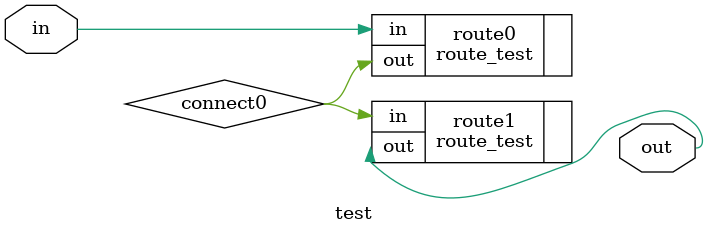
<source format=v>
module test (
    in,
    out
);

input in;
output out;

wire connect0;

route_test route0 (.in(in), .out(connect0));
route_test route1 (.in(connect0), .out(out));

endmodule
</source>
